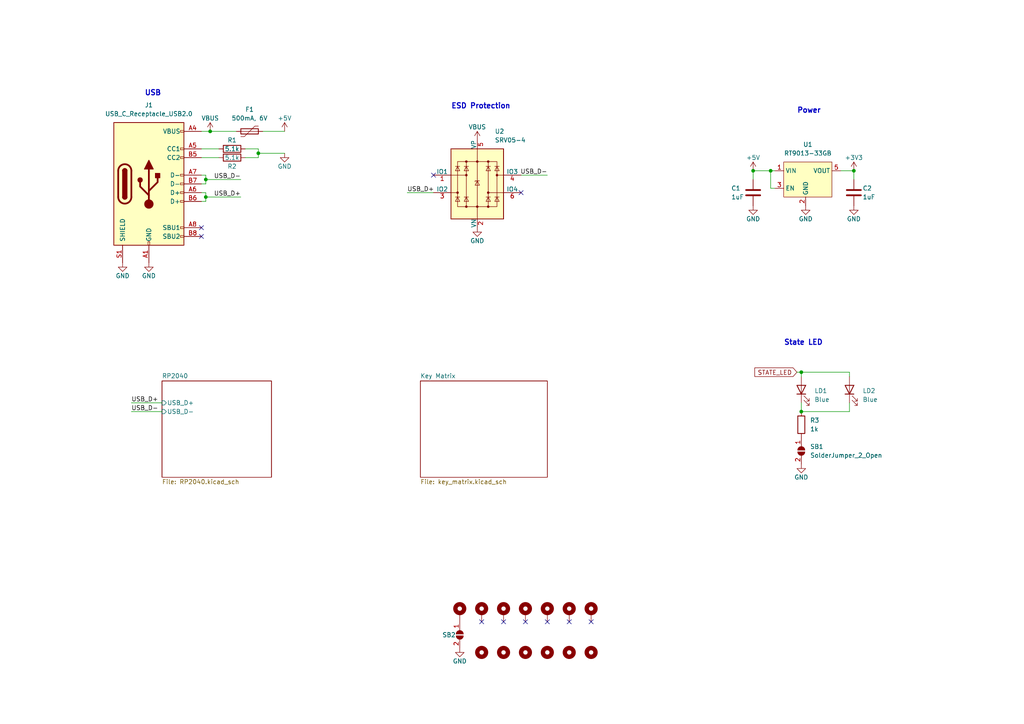
<source format=kicad_sch>
(kicad_sch (version 20230121) (generator eeschema)
  (paper "A4")
  (title_block (title "Calcite60 Keyboard") (rev "1.0") (company "SideraKB") (comment 1 "MIT License (Open source hardware)") (comment 2 "Kailh Choc V1 (PG1350) Low Profile Switches"))
  (lib_symbols
    (symbol "Connector:USB_C_Receptacle_USB2.0" (pin_names (offset 1.016))
      (property "Reference" "J" (at -10.16 19.05 0))
      (property "Value" "USB_C_Receptacle_USB2.0" (at 19.05 19.05 0))
      (symbol "USB_C_Receptacle_USB2.0_0_0"
        (rectangle (start -0.254 -17.78) (end 0.254 -16.764))
        (rectangle (start 10.16 -14.986) (end 9.144 -15.494))
        (rectangle (start 10.16 -12.446) (end 9.144 -12.954))
        (rectangle (start 10.16 -4.826) (end 9.144 -5.334))
        (rectangle (start 10.16 -2.286) (end 9.144 -2.794))
        (rectangle (start 10.16 0.254) (end 9.144 -0.254))
        (rectangle (start 10.16 2.794) (end 9.144 2.286))
        (rectangle (start 10.16 7.874) (end 9.144 7.366))
        (rectangle (start 10.16 10.414) (end 9.144 9.906))
        (rectangle (start 10.16 15.494) (end 9.144 14.986))
      )
      (symbol "USB_C_Receptacle_USB2.0_0_1"
        (rectangle (start -10.16 17.78) (end 10.16 -17.78) (stroke (width 0.254)) (fill (type background)))
        (arc (start -8.89 -3.81) (mid -6.985 -5.7067) (end -5.08 -3.81) (stroke (width 0.508)))
        (arc (start -7.62 -3.81) (mid -6.985 -4.4423) (end -6.35 -3.81) (stroke (width 0.254)))
        (arc (start -7.62 -3.81) (mid -6.985 -4.4423) (end -6.35 -3.81) (stroke (width 0.254)) (fill (type outline)))
        (rectangle (start -7.62 -3.81) (end -6.35 3.81) (stroke (width 0.254)) (fill (type outline)))
        (arc (start -6.35 3.81) (mid -6.985 4.4423) (end -7.62 3.81) (stroke (width 0.254)))
        (arc (start -6.35 3.81) (mid -6.985 4.4423) (end -7.62 3.81) (stroke (width 0.254)) (fill (type outline)))
        (arc (start -5.08 3.81) (mid -6.985 5.7067) (end -8.89 3.81) (stroke (width 0.508)))
        (circle (center -2.54 1.143) (radius 0.635) (stroke (width 0.254)) (fill (type outline)))
        (circle (center 0 -5.842) (radius 1.27) (fill (type outline)))
        (polyline (pts (xy -8.89 -3.81) (xy -8.89 3.81)) (stroke (width 0.508)))
        (polyline (pts (xy -5.08 3.81) (xy -5.08 -3.81)) (stroke (width 0.508)))
        (polyline (pts (xy 0 -5.842) (xy 0 4.318)) (stroke (width 0.508)))
        (polyline (pts (xy 0 -3.302) (xy -2.54 -0.762) (xy -2.54 0.508)) (stroke (width 0.508)))
        (polyline (pts (xy 0 -2.032) (xy 2.54 0.508) (xy 2.54 1.778)) (stroke (width 0.508)))
        (polyline (pts (xy -1.27 4.318) (xy 0 6.858) (xy 1.27 4.318) (xy -1.27 4.318)) (stroke (width 0.254)) (fill (type outline)))
        (rectangle (start 1.905 1.778) (end 3.175 3.048) (stroke (width 0.254)) (fill (type outline)))
      )
      (symbol "USB_C_Receptacle_USB2.0_1_1"
        (pin passive line (at 0 -22.86 90) (length 5.08) (name "GND") (number "A1"))
        (pin passive line (at 0 -22.86 90) (length 5.08) hide (name "GND") (number "A12"))
        (pin passive line (at 15.24 15.24 180) (length 5.08) (name "VBUS") (number "A4"))
        (pin bidirectional line (at 15.24 10.16 180) (length 5.08) (name "CC1") (number "A5"))
        (pin bidirectional line (at 15.24 -2.54 180) (length 5.08) (name "D+") (number "A6"))
        (pin bidirectional line (at 15.24 2.54 180) (length 5.08) (name "D-") (number "A7"))
        (pin bidirectional line (at 15.24 -12.7 180) (length 5.08) (name "SBU1") (number "A8"))
        (pin passive line (at 15.24 15.24 180) (length 5.08) hide (name "VBUS") (number "A9"))
        (pin passive line (at 0 -22.86 90) (length 5.08) hide (name "GND") (number "B1"))
        (pin passive line (at 0 -22.86 90) (length 5.08) hide (name "GND") (number "B12"))
        (pin passive line (at 15.24 15.24 180) (length 5.08) hide (name "VBUS") (number "B4"))
        (pin bidirectional line (at 15.24 7.62 180) (length 5.08) (name "CC2") (number "B5"))
        (pin bidirectional line (at 15.24 -5.08 180) (length 5.08) (name "D+") (number "B6"))
        (pin bidirectional line (at 15.24 0 180) (length 5.08) (name "D-") (number "B7"))
        (pin bidirectional line (at 15.24 -15.24 180) (length 5.08) (name "SBU2") (number "B8"))
        (pin passive line (at 15.24 15.24 180) (length 5.08) hide (name "VBUS") (number "B9"))
        (pin passive line (at -7.62 -22.86 90) (length 5.08) (name "SHIELD") (number "S1"))
      )
    )
    (symbol "Device:C" (pin_numbers hide) (pin_names (offset 0.254))
      (property "Reference" "C" (at 0.635 2.54 0))
      (property "Value" "C" (at 0.635 -2.54 0))
      (symbol "C_0_1"
        (polyline (pts (xy -2.032 -0.762) (xy 2.032 -0.762)) (stroke (width 0.508)))
        (polyline (pts (xy -2.032 0.762) (xy 2.032 0.762)) (stroke (width 0.508)))
      )
      (symbol "C_1_1"
        (pin passive line (at 0 3.81 270) (length 2.794) (name "~") (number "1"))
        (pin passive line (at 0 -3.81 90) (length 2.794) (name "~") (number "2"))
      )
    )
    (symbol "Device:LED" (pin_numbers hide) (pin_names (offset 1.016) hide)
      (property "Reference" "D" (at 0 2.54 0))
      (property "Value" "LED" (at 0 -2.54 0))
      (symbol "LED_0_1"
        (polyline (pts (xy -1.27 -1.27) (xy -1.27 1.27)) (stroke (width 0.254)))
        (polyline (pts (xy -1.27 0) (xy 1.27 0)))
        (polyline (pts (xy 1.27 -1.27) (xy 1.27 1.27) (xy -1.27 0) (xy 1.27 -1.27)) (stroke (width 0.254)))
        (polyline (pts (xy -3.048 -0.762) (xy -4.572 -2.286) (xy -3.81 -2.286) (xy -4.572 -2.286) (xy -4.572 -1.524)))
        (polyline (pts (xy -1.778 -0.762) (xy -3.302 -2.286) (xy -2.54 -2.286) (xy -3.302 -2.286) (xy -3.302 -1.524)))
      )
      (symbol "LED_1_1"
        (pin passive line (at -3.81 0 0) (length 2.54) (name "K") (number "1"))
        (pin passive line (at 3.81 0 180) (length 2.54) (name "A") (number "2"))
      )
    )
    (symbol "Device:Polyfuse" (pin_numbers hide) (pin_names (offset 0))
      (property "Reference" "F" (at -2.54 0 90))
      (property "Value" "Polyfuse" (at 2.54 0 90))
      (symbol "Polyfuse_0_1"
        (rectangle (start -0.762 2.54) (end 0.762 -2.54) (stroke (width 0.254)))
        (polyline (pts (xy 0 2.54) (xy 0 -2.54)))
        (polyline (pts (xy -1.524 2.54) (xy -1.524 1.524) (xy 1.524 -1.524) (xy 1.524 -2.54)))
      )
      (symbol "Polyfuse_1_1"
        (pin passive line (at 0 3.81 270) (length 1.27) (name "~") (number "1"))
        (pin passive line (at 0 -3.81 90) (length 1.27) (name "~") (number "2"))
      )
    )
    (symbol "Device:R" (pin_numbers hide) (pin_names (offset 0))
      (property "Reference" "R" (at 2.032 0 90))
      (property "Value" "R" (at 0 0 90))
      (symbol "R_0_1"
        (rectangle (start -1.016 -2.54) (end 1.016 2.54) (stroke (width 0.254)))
      )
      (symbol "R_1_1"
        (pin passive line (at 0 3.81 270) (length 1.27) (name "~") (number "1"))
        (pin passive line (at 0 -3.81 90) (length 1.27) (name "~") (number "2"))
      )
    )
    (symbol "Jumper:SolderJumper_2_Open" (pin_names (offset 0) hide)
      (property "Reference" "JP" (at 0 2.032 0))
      (property "Value" "SolderJumper_2_Open" (at 0 -2.54 0))
      (symbol "SolderJumper_2_Open_0_1"
        (arc (start -0.254 1.016) (mid -1.2656 0) (end -0.254 -1.016))
        (arc (start -0.254 1.016) (mid -1.2656 0) (end -0.254 -1.016) (fill (type outline)))
        (polyline (pts (xy -0.254 1.016) (xy -0.254 -1.016)))
        (polyline (pts (xy 0.254 1.016) (xy 0.254 -1.016)))
        (arc (start 0.254 -1.016) (mid 1.2656 0) (end 0.254 1.016))
        (arc (start 0.254 -1.016) (mid 1.2656 0) (end 0.254 1.016) (fill (type outline)))
      )
      (symbol "SolderJumper_2_Open_1_1"
        (pin passive line (at -3.81 0 0) (length 2.54) (name "A") (number "1"))
        (pin passive line (at 3.81 0 180) (length 2.54) (name "B") (number "2"))
      )
    )
    (symbol "Mechanical:MountingHole" (pin_names (offset 1.016))
      (property "Reference" "H" (at 0 5.08 0))
      (property "Value" "MountingHole" (at 0 3.175 0))
      (symbol "MountingHole_0_1"
        (circle (center 0 0) (radius 1.27) (stroke (width 1.27)))
      )
    )
    (symbol "Mechanical:MountingHole_Pad" (pin_numbers hide) (pin_names (offset 1.016) hide)
      (property "Reference" "H" (at 0 6.35 0))
      (property "Value" "MountingHole_Pad" (at 0 4.445 0))
      (symbol "MountingHole_Pad_0_1"
        (circle (center 0 1.27) (radius 1.27) (stroke (width 1.27)))
      )
      (symbol "MountingHole_Pad_1_1"
        (pin input line (at 0 -2.54 90) (length 2.54) (name "1") (number "1"))
      )
    )
    (symbol "Power_Protection:SRV05-4" (pin_names (offset 0))
      (property "Reference" "U" (at -5.08 11.43 0))
      (property "Value" "SRV05-4" (at 2.54 11.43 0))
      (symbol "SRV05-4_0_0"
        (rectangle (start -5.715 6.477) (end 5.715 -6.604))
        (polyline (pts (xy -3.175 -6.604) (xy -3.175 6.477)))
        (polyline (pts (xy 3.175 6.477) (xy 3.175 -6.604)))
      )
      (symbol "SRV05-4_0_1"
        (rectangle (start -7.62 10.16) (end 7.62 -10.16) (stroke (width 0.254)) (fill (type background)))
        (circle (center -5.715 -2.54) (radius 0.2794) (fill (type outline)))
        (circle (center -3.175 -6.604) (radius 0.2794) (fill (type outline)))
        (circle (center -3.175 2.54) (radius 0.2794) (fill (type outline)))
        (circle (center -3.175 6.477) (radius 0.2794) (fill (type outline)))
        (circle (center 0 -6.604) (radius 0.2794) (fill (type outline)))
        (polyline (pts (xy -7.747 2.54) (xy -3.175 2.54)))
        (polyline (pts (xy -7.62 -2.54) (xy -5.715 -2.54)))
        (polyline (pts (xy -5.08 -3.81) (xy -6.35 -3.81)))
        (polyline (pts (xy -5.08 5.08) (xy -6.35 5.08)))
        (polyline (pts (xy -2.54 -3.81) (xy -3.81 -3.81)))
        (polyline (pts (xy -2.54 5.08) (xy -3.81 5.08)))
        (polyline (pts (xy 0 10.16) (xy 0 -10.16)))
        (polyline (pts (xy 3.81 -3.81) (xy 2.54 -3.81)))
        (polyline (pts (xy 3.81 5.08) (xy 2.54 5.08)))
        (polyline (pts (xy 6.35 -3.81) (xy 5.08 -3.81)))
        (polyline (pts (xy 6.35 5.08) (xy 5.08 5.08)))
        (polyline (pts (xy 7.62 -2.54) (xy 3.175 -2.54)))
        (polyline (pts (xy 7.62 2.54) (xy 5.715 2.54)))
        (polyline (pts (xy 0.635 0.889) (xy -0.635 0.889) (xy -0.635 0.635)))
        (polyline (pts (xy -5.08 -5.08) (xy -6.35 -5.08) (xy -5.715 -3.81) (xy -5.08 -5.08)))
        (polyline (pts (xy -5.08 3.81) (xy -6.35 3.81) (xy -5.715 5.08) (xy -5.08 3.81)))
        (polyline (pts (xy -2.54 -5.08) (xy -3.81 -5.08) (xy -3.175 -3.81) (xy -2.54 -5.08)))
        (polyline (pts (xy -2.54 3.81) (xy -3.81 3.81) (xy -3.175 5.08) (xy -2.54 3.81)))
        (polyline (pts (xy 0.635 -0.381) (xy -0.635 -0.381) (xy 0 0.889) (xy 0.635 -0.381)))
        (polyline (pts (xy 3.81 -5.08) (xy 2.54 -5.08) (xy 3.175 -3.81) (xy 3.81 -5.08)))
        (polyline (pts (xy 3.81 3.81) (xy 2.54 3.81) (xy 3.175 5.08) (xy 3.81 3.81)))
        (polyline (pts (xy 6.35 -5.08) (xy 5.08 -5.08) (xy 5.715 -3.81) (xy 6.35 -5.08)))
        (polyline (pts (xy 6.35 3.81) (xy 5.08 3.81) (xy 5.715 5.08) (xy 6.35 3.81)))
        (circle (center 0 6.477) (radius 0.2794) (fill (type outline)))
        (circle (center 3.175 -6.604) (radius 0.2794) (fill (type outline)))
        (circle (center 3.175 -2.54) (radius 0.2794) (fill (type outline)))
        (circle (center 3.175 6.477) (radius 0.2794) (fill (type outline)))
        (circle (center 5.715 2.54) (radius 0.2794) (fill (type outline)))
      )
      (symbol "SRV05-4_1_1"
        (pin passive line (at -12.7 2.54 0) (length 5.08) (name "IO1") (number "1"))
        (pin passive line (at 0 -12.7 90) (length 2.54) (name "VN") (number "2"))
        (pin passive line (at -12.7 -2.54 0) (length 5.08) (name "IO2") (number "3"))
        (pin passive line (at 12.7 2.54 180) (length 5.08) (name "IO3") (number "4"))
        (pin passive line (at 0 12.7 270) (length 2.54) (name "VP") (number "5"))
        (pin passive line (at 12.7 -2.54 180) (length 5.08) (name "IO4") (number "6"))
      )
    )
    (symbol "power:+3V3" (power) (pin_names (offset 0))
      (property "Value" "+3V3" (at 0 3.556 0))
      (symbol "+3V3_0_1"
        (polyline (pts (xy -0.762 1.27) (xy 0 2.54)))
        (polyline (pts (xy 0 0) (xy 0 2.54)))
        (polyline (pts (xy 0 2.54) (xy 0.762 1.27)))
      )
      (symbol "+3V3_1_1"
        (pin power_in line (at 0 0 90) (length 0) hide (name "+3V3") (number "1"))
      )
    )
    (symbol "power:+5V" (power) (pin_names (offset 0))
      (property "Value" "+5V" (at 0 3.556 0))
      (symbol "+5V_0_1"
        (polyline (pts (xy -0.762 1.27) (xy 0 2.54)))
        (polyline (pts (xy 0 0) (xy 0 2.54)))
        (polyline (pts (xy 0 2.54) (xy 0.762 1.27)))
      )
      (symbol "+5V_1_1"
        (pin power_in line (at 0 0 90) (length 0) hide (name "+5V") (number "1"))
      )
    )
    (symbol "power:GND" (power) (pin_names (offset 0))
      (property "Value" "GND" (at 0 -3.81 0))
      (symbol "GND_0_1"
        (polyline (pts (xy 0 0) (xy 0 -1.27) (xy 1.27 -1.27) (xy 0 -2.54) (xy -1.27 -1.27) (xy 0 -1.27)))
      )
      (symbol "GND_1_1"
        (pin power_in line (at 0 0 270) (length 0) hide (name "GND") (number "1"))
      )
    )
    (symbol "power:VBUS" (power) (pin_names (offset 0))
      (property "Value" "VBUS" (at 0 3.81 0))
      (symbol "VBUS_0_1"
        (polyline (pts (xy -0.762 1.27) (xy 0 2.54)))
        (polyline (pts (xy 0 0) (xy 0 2.54)))
        (polyline (pts (xy 0 2.54) (xy 0.762 1.27)))
      )
      (symbol "VBUS_1_1"
        (pin power_in line (at 0 0 90) (length 0) hide (name "VBUS") (number "1"))
      )
    )
    (symbol "rp-micro:RT9013-33GB"
      (property "Reference" "U?" (at 0 8.89 0))
      (property "Value" "RT9013-33GB" (at 0 6.35 0))
      (symbol "RT9013-33GB_0_0"
        (pin no_connect non_logic (at 10.16 -2.54 180) (length 2.54) hide (name "NC") (number "4"))
      )
      (symbol "RT9013-33GB_0_1"
        (rectangle (start -6.35 5.08) (end 7.62 -5.08) (fill (type background)))
      )
      (symbol "RT9013-33GB_1_1"
        (pin power_in line (at -8.89 2.54 0) (length 2.54) (name "VIN") (number "1"))
        (pin power_in line (at 0 -7.62 90) (length 2.54) (name "GND") (number "2"))
        (pin input line (at -8.89 -2.54 0) (length 2.54) (name "EN") (number "3"))
        (pin power_out line (at 10.16 2.54 180) (length 2.54) (name "VOUT") (number "5"))
      )
    )
  )
  (junction (at 232.41 107.95))
  (junction (at 59.69 57.15))
  (junction (at 60.96 38.1))
  (junction (at 218.44 49.53))
  (junction (at 247.65 49.53))
  (junction (at 59.69 52.07))
  (junction (at 223.52 49.53))
  (junction (at 74.93 44.45))
  (junction (at 232.41 119.38))
  (no_connect (at 58.42 68.58))
  (no_connect (at 151.13 55.88))
  (no_connect (at 158.75 180.34))
  (no_connect (at 125.73 50.8))
  (no_connect (at 171.45 180.34))
  (no_connect (at 165.1 180.34))
  (no_connect (at 58.42 66.04))
  (no_connect (at 146.05 180.34))
  (no_connect (at 139.7 180.34))
  (no_connect (at 152.4 180.34))
  (wire (pts (xy 38.1 116.84) (xy 46.99 116.84)))
  (wire (pts (xy 74.93 45.72) (xy 71.12 45.72)))
  (wire (pts (xy 58.42 38.1) (xy 60.96 38.1)))
  (wire (pts (xy 243.84 49.53) (xy 247.65 49.53)))
  (wire (pts (xy 223.52 49.53) (xy 224.79 49.53)))
  (wire (pts (xy 82.55 38.1) (xy 76.2 38.1)))
  (wire (pts (xy 232.41 109.22) (xy 232.41 107.95)))
  (wire (pts (xy 59.69 52.07) (xy 59.69 53.34)))
  (wire (pts (xy 58.42 45.72) (xy 63.5 45.72)))
  (wire (pts (xy 59.69 53.34) (xy 58.42 53.34)))
  (wire (pts (xy 246.38 107.95) (xy 232.41 107.95)))
  (wire (pts (xy 218.44 49.53) (xy 223.52 49.53)))
  (wire (pts (xy 74.93 43.18) (xy 74.93 44.45)))
  (wire (pts (xy 246.38 116.84) (xy 246.38 119.38)))
  (wire (pts (xy 59.69 50.8) (xy 59.69 52.07)))
  (wire (pts (xy 59.69 55.88) (xy 59.69 57.15)))
  (wire (pts (xy 74.93 44.45) (xy 74.93 45.72)))
  (wire (pts (xy 247.65 49.53) (xy 247.65 52.07)))
  (wire (pts (xy 224.79 54.61) (xy 223.52 54.61)))
  (wire (pts (xy 63.5 43.18) (xy 58.42 43.18)))
  (wire (pts (xy 74.93 44.45) (xy 82.55 44.45)))
  (wire (pts (xy 223.52 54.61) (xy 223.52 49.53)))
  (wire (pts (xy 232.41 119.38) (xy 246.38 119.38)))
  (wire (pts (xy 58.42 50.8) (xy 59.69 50.8)))
  (wire (pts (xy 38.1 119.38) (xy 46.99 119.38)))
  (wire (pts (xy 118.11 55.88) (xy 125.73 55.88)))
  (wire (pts (xy 218.44 49.53) (xy 218.44 52.07)))
  (wire (pts (xy 59.69 52.07) (xy 69.85 52.07)))
  (wire (pts (xy 58.42 55.88) (xy 59.69 55.88)))
  (wire (pts (xy 74.93 43.18) (xy 71.12 43.18)))
  (wire (pts (xy 246.38 109.22) (xy 246.38 107.95)))
  (wire (pts (xy 68.58 38.1) (xy 60.96 38.1)))
  (wire (pts (xy 59.69 57.15) (xy 69.85 57.15)))
  (wire (pts (xy 59.69 57.15) (xy 59.69 58.42)))
  (wire (pts (xy 231.14 107.95) (xy 232.41 107.95)))
  (wire (pts (xy 58.42 58.42) (xy 59.69 58.42)))
  (wire (pts (xy 158.75 50.8) (xy 151.13 50.8)))
  (wire (pts (xy 232.41 119.38) (xy 232.41 116.84)))
  (text "ESD Protection" (at 130.81 31.75 0) (effects (font (size 1.5 1.5) (thickness 0.3) bold) (justify left bottom)))
  (text "State LED" (at 227.33 100.33 0) (effects (font (size 1.5 1.5) (thickness 0.3) bold) (justify left bottom)))
  (text "USB" (at 41.91 27.94 0) (effects (font (size 1.5 1.5) (thickness 0.3) bold) (justify left bottom)))
  (text "Power\n" (at 231.14 33.02 0) (effects (font (size 1.5 1.5) (thickness 0.3) bold) (justify left bottom)))
  (label "USB_D+" (at 118.11 55.88 0))
  (label "USB_D-" (at 69.85 52.07 180))
  (label "USB_D-" (at 158.75 50.8 180))
  (label "USB_D+" (at 69.85 57.15 180))
  (label "USB_D+" (at 38.1 116.84 0))
  (label "USB_D-" (at 38.1 119.38 0))
  (global_label "STATE_LED" (shape input) (at 231.14 107.95 180) (property "Intersheetrefs" "${INTERSHEET_REFS}" (effects hide)))
  (symbol (lib_id "Mechanical:MountingHole") (at 158.75 189.23 0) (unit 1) (in_bom no)
    (property "Reference" "H8" (effects hide))
    (property "Value" "MountingHole" (effects hide))
    (property "Footprint" "calcite:MountingHale_M2" (effects hide))
  )
  (symbol (lib_id "power:+5V") (at 218.44 49.53 0) (unit 1)
    (property "Reference" "#PWR05" (effects hide))
    (property "Value" "+5V" (at 218.44 45.72 0))
  )
  (symbol (lib_id "Mechanical:MountingHole") (at 139.7 189.23 0) (unit 1) (in_bom no)
    (property "Reference" "H12" (effects hide))
    (property "Value" "MountingHole" (effects hide))
    (property "Footprint" "MountingHole:MountingHole_2.2mm_M2" (effects hide))
  )
  (symbol (lib_id "Jumper:SolderJumper_2_Open") (at 133.35 184.15 270) (unit 1)
    (property "Reference" "SB2" (at 128.27 184.15 90) (effects (justify left)))
    (property "Value" "SolderJumper_2_Open" (effects hide))
    (property "Footprint" "Jumper:SolderJumper-2_P1.3mm_Open_TrianglePad1.0x1.5mm" (effects hide))
  )
  (symbol (lib_id "Mechanical:MountingHole_Pad") (at 139.7 177.8 0) (unit 1)
    (property "Reference" "H2" (effects hide))
    (property "Value" "MountingHole" (effects hide))
    (property "Footprint" "calcite:MountingWuerth_M2" (effects hide))
    (property "LCSC" "C9900035855" (effects hide))
    (property "MFR. Part #" "9774025243R" (effects hide))
  )
  (symbol (lib_id "power:VBUS") (at 60.96 38.1 0) (unit 1)
    (property "Reference" "#PWR01" (effects hide))
    (property "Value" "VBUS" (at 60.96 34.29 0))
  )
  (symbol (lib_id "Mechanical:MountingHole") (at 146.05 189.23 0) (unit 1) (in_bom no)
    (property "Reference" "H13" (effects hide))
    (property "Value" "MountingHole" (effects hide))
    (property "Footprint" "MountingHole:MountingHole_2.2mm_M2" (effects hide))
  )
  (symbol (lib_id "power:GND") (at 218.44 59.69 0) (unit 1)
    (property "Reference" "#PWR07" (effects hide))
    (property "Value" "GND" (at 218.44 63.5 0))
  )
  (symbol (lib_id "power:+5V") (at 82.55 38.1 0) (unit 1)
    (property "Reference" "#PWR02" (effects hide))
    (property "Value" "+5V" (at 82.55 34.29 0))
  )
  (symbol (lib_id "power:GND") (at 138.43 66.04 0) (unit 1)
    (property "Reference" "#PWR011" (effects hide))
    (property "Value" "GND" (at 138.43 69.85 0))
  )
  (symbol (lib_id "Mechanical:MountingHole_Pad") (at 133.35 177.8 0) (unit 1)
    (property "Reference" "H1" (effects hide))
    (property "Value" "MountingHole" (effects hide))
    (property "Footprint" "calcite:MountingWuerth_M2" (effects hide))
    (property "LCSC" "C9900035855" (effects hide))
    (property "MFR. Part #" "9774025243R" (effects hide))
  )
  (symbol (lib_id "Jumper:SolderJumper_2_Open") (at 232.41 130.81 270) (unit 1)
    (property "Reference" "SB1" (at 234.95 129.5399 90) (effects (justify left)))
    (property "Value" "SolderJumper_2_Open" (at 234.95 132.0799 90) (effects (justify left)))
    (property "Footprint" "Jumper:SolderJumper-2_P1.3mm_Open_TrianglePad1.0x1.5mm" (effects hide))
  )
  (symbol (lib_id "Mechanical:MountingHole") (at 171.45 189.23 0) (unit 1) (in_bom no)
    (property "Reference" "H9" (effects hide))
    (property "Value" "MountingHole" (effects hide))
    (property "Footprint" "calcite:MountingHale_M2" (effects hide))
  )
  (symbol (lib_id "Device:LED") (at 246.38 113.03 90) (unit 1)
    (property "Reference" "LD2" (at 250.19 113.3474 90) (effects (justify right)))
    (property "Value" "Blue" (at 250.19 115.8874 90) (effects (justify right)))
    (property "Footprint" "LED_SMD:LED_0603_1608Metric" (effects hide))
    (property "LCSC" "C72043" (effects hide))
    (property "MFR. Part #" "19-217/GHC-YR1S2/3T" (effects hide))
  )
  (symbol (lib_id "Device:LED") (at 232.41 113.03 90) (unit 1)
    (property "Reference" "LD1" (at 236.22 113.3474 90) (effects (justify right)))
    (property "Value" "Blue" (at 236.22 115.8874 90) (effects (justify right)))
    (property "Footprint" "LED_SMD:LED_0603_1608Metric" (effects hide))
    (property "LCSC" "C72043" (effects hide))
    (property "MFR. Part #" "19-217/GHC-YR1S2/3T" (effects hide))
  )
  (symbol (lib_id "power:GND") (at 233.68 59.69 0) (unit 1)
    (property "Reference" "#PWR08" (effects hide))
    (property "Value" "GND" (at 233.68 63.5 0))
  )
  (symbol (lib_id "Device:R") (at 232.41 123.19 0) (mirror y) (unit 1)
    (property "Reference" "R3" (at 234.95 121.92 0) (effects (justify right)))
    (property "Value" "1k" (at 234.95 124.46 0) (effects (justify right)))
    (property "Footprint" "Resistor_SMD:R_0402_1005Metric" (effects hide))
    (property "MFR. Part #" "0402WGF1001TCE " (effects hide))
    (property "LCSC" "C11702" (effects hide))
  )
  (symbol (lib_id "power:GND") (at 247.65 59.69 0) (unit 1)
    (property "Reference" "#PWR09" (effects hide))
    (property "Value" "GND" (at 247.65 63.5 0))
  )
  (symbol (lib_id "Mechanical:MountingHole_Pad") (at 146.05 177.8 0) (unit 1)
    (property "Reference" "H3" (effects hide))
    (property "Value" "MountingHole" (effects hide))
    (property "Footprint" "calcite:MountingWuerth_M2" (effects hide))
    (property "LCSC" "C9900035855" (effects hide))
    (property "MFR. Part #" "9774025243R" (effects hide))
  )
  (symbol (lib_id "Device:R") (at 67.31 45.72 90) (unit 1)
    (property "Reference" "R2" (at 67.31 48.26 90))
    (property "Value" "5.1k" (at 67.31 45.72 90))
    (property "Footprint" "Resistor_SMD:R_0402_1005Metric" (effects hide))
    (property "MFR. Part #" "0402WGF5101TCE" (effects hide))
    (property "LCSC" "C25905" (effects hide))
  )
  (symbol (lib_id "power:GND") (at 82.55 44.45 0) (unit 1)
    (property "Reference" "#PWR03" (effects hide))
    (property "Value" "GND" (at 82.55 48.26 0))
  )
  (symbol (lib_id "Connector:USB_C_Receptacle_USB2.0") (at 43.18 53.34 0) (unit 1)
    (property "Reference" "J1" (at 43.18 30.48 0))
    (property "Value" "USB_C_Receptacle_USB2.0" (at 43.18 33.02 0))
    (property "Footprint" "Connector_USB:USB_C_Receptacle_HRO_TYPE-C-31-M-12" (effects hide))
    (property "Datasheet" "https://www.usb.org/sites/default/files/documents/usb_type-c.zip" (effects hide))
    (property "MFR. Part #" "TYPE-C-31-M-12" (effects hide))
    (property "LCSC" "C165948" (effects hide))
  )
  (symbol (lib_id "Mechanical:MountingHole") (at 165.1 189.23 0) (unit 1) (in_bom no)
    (property "Reference" "H11" (effects hide))
    (property "Value" "MountingHole" (effects hide))
    (property "Footprint" "calcite:MountingHale_M2" (effects hide))
  )
  (symbol (lib_id "power:+3V3") (at 247.65 49.53 0) (unit 1)
    (property "Reference" "#PWR06" (effects hide))
    (property "Value" "+3V3" (at 247.65 45.72 0))
  )
  (symbol (lib_id "Mechanical:MountingHole_Pad") (at 152.4 177.8 0) (unit 1)
    (property "Reference" "H4" (effects hide))
    (property "Value" "MountingHole" (effects hide))
    (property "Footprint" "calcite:MountingWuerth_M2" (effects hide))
    (property "LCSC" "C9900035855" (effects hide))
    (property "MFR. Part #" "9774025243R" (effects hide))
  )
  (symbol (lib_id "Power_Protection:SRV05-4") (at 138.43 53.34 0) (unit 1)
    (property "Reference" "U2" (at 143.51 38.1 0) (effects (justify left)))
    (property "Value" "SRV05-4" (at 143.51 40.64 0) (effects (justify left)))
    (property "Footprint" "Package_TO_SOT_SMD:SOT-23-6" (effects hide))
    (property "Datasheet" "http://www.onsemi.com/pub/Collateral/SRV05-4-D.PDF" (effects hide))
    (property "LCSC" "C85364" (effects hide))
    (property "MFR. Part #" "SRV05-4-P-T7" (effects hide))
  )
  (symbol (lib_id "power:GND") (at 133.35 187.96 0) (unit 1)
    (property "Reference" "#PWR04" (effects hide))
    (property "Value" "GND" (at 133.35 191.77 0))
  )
  (symbol (lib_id "power:GND") (at 35.56 76.2 0) (unit 1)
    (property "Reference" "#PWR012" (effects hide))
    (property "Value" "GND" (at 35.56 80.01 0))
  )
  (symbol (lib_id "power:VBUS") (at 138.43 40.64 0) (unit 1)
    (property "Reference" "#PWR0102" (effects hide))
    (property "Value" "VBUS" (at 138.43 36.83 0))
  )
  (symbol (lib_id "power:GND") (at 232.41 134.62 0) (unit 1)
    (property "Reference" "#PWR0101" (effects hide))
    (property "Value" "GND" (at 232.41 138.43 0))
  )
  (symbol (lib_id "Mechanical:MountingHole_Pad") (at 171.45 177.8 0) (unit 1)
    (property "Reference" "H7" (effects hide))
    (property "Value" "MountingHole" (effects hide))
    (property "Footprint" "calcite:MountingWuerth_M2" (effects hide))
    (property "LCSC" "C9900035855" (effects hide))
    (property "MFR. Part #" "9774025243R" (effects hide))
  )
  (symbol (lib_id "Device:C") (at 247.65 55.88 0) (unit 1)
    (property "Reference" "C2" (at 250.19 54.61 0) (effects (justify left)))
    (property "Value" "1uF" (at 250.19 57.15 0) (effects (justify left)))
    (property "Footprint" "Capacitor_SMD:C_0402_1005Metric" (effects hide))
    (property "MFR. Part #" "CL05A105KA5NQNC" (effects hide))
    (property "LCSC" "C52923" (effects hide))
  )
  (symbol (lib_id "Mechanical:MountingHole_Pad") (at 158.75 177.8 0) (unit 1)
    (property "Reference" "H5" (effects hide))
    (property "Value" "MountingHole" (effects hide))
    (property "Footprint" "calcite:MountingWuerth_M2" (effects hide))
    (property "LCSC" "C9900035855" (effects hide))
    (property "MFR. Part #" "9774025243R" (effects hide))
  )
  (symbol (lib_id "rp-micro:RT9013-33GB") (at 233.68 52.07 0) (unit 1)
    (property "Reference" "U1" (at 234.315 41.91 0))
    (property "Value" "RT9013-33GB" (at 234.315 44.45 0))
    (property "Footprint" "Package_TO_SOT_SMD:SOT-23-5" (effects hide))
    (property "MFR. Part #" "TPRT9013-33GB" (effects hide))
    (property "LCSC" "C587158" (effects hide))
  )
  (symbol (lib_id "Mechanical:MountingHole") (at 152.4 189.23 0) (unit 1) (in_bom no)
    (property "Reference" "H10" (effects hide))
    (property "Value" "MountingHole" (effects hide))
    (property "Footprint" "calcite:MountingHale_M2" (effects hide))
  )
  (symbol (lib_id "Device:Polyfuse") (at 72.39 38.1 90) (unit 1)
    (property "Reference" "F1" (at 72.39 31.75 90))
    (property "Value" "500mA, 6V" (at 72.39 34.29 90))
    (property "Footprint" "Fuse:Fuse_0805_2012Metric" (effects hide))
    (property "MFR. Part #" "SMD0805B050TF" (effects hide))
    (property "LCSC" "C269104" (effects hide))
  )
  (symbol (lib_id "power:GND") (at 43.18 76.2 0) (unit 1)
    (property "Reference" "#PWR013" (effects hide))
    (property "Value" "GND" (at 43.18 80.01 0))
  )
  (symbol (lib_id "Mechanical:MountingHole_Pad") (at 165.1 177.8 0) (unit 1)
    (property "Reference" "H6" (effects hide))
    (property "Value" "MountingHole" (effects hide))
    (property "Footprint" "calcite:MountingWuerth_M2" (effects hide))
    (property "LCSC" "C9900035855" (effects hide))
    (property "MFR. Part #" "9774025243R" (effects hide))
  )
  (symbol (lib_id "Device:R") (at 67.31 43.18 90) (unit 1)
    (property "Reference" "R1" (at 67.31 40.64 90))
    (property "Value" "5.1k" (at 67.31 43.18 90))
    (property "Footprint" "Resistor_SMD:R_0402_1005Metric" (effects hide))
    (property "MFR. Part #" "0402WGF5101TCE" (effects hide))
    (property "LCSC" "C25905" (effects hide))
  )
  (symbol (lib_id "Device:C") (at 218.44 55.88 0) (unit 1)
    (property "Reference" "C1" (at 212.09 54.61 0) (effects (justify left)))
    (property "Value" "1uF" (at 212.09 57.15 0) (effects (justify left)))
    (property "Footprint" "Capacitor_SMD:C_0402_1005Metric" (effects hide))
    (property "MFR. Part #" "CL05A105KA5NQNC" (effects hide))
    (property "LCSC" "C52923" (effects hide))
  )
  (sheet (at 46.99 110.49) (size 31.75 27.94) (stroke (width 0.1524))
    (property "Sheetname" "RP2040" (at 46.99 109.7784 0) (effects (justify left bottom)))
    (property "Sheetfile" "RP2040.kicad_sch" (at 46.99 139.0146 0) (effects (justify left top)))
    (pin "USB_D+" input (at 46.99 116.84 180))
    (pin "USB_D-" input (at 46.99 119.38 180))
  )
  (sheet (at 121.92 110.49) (size 36.83 27.94) (stroke (width 0.1524))
    (property "Sheetname" "Key Matrix" (at 121.92 109.7784 0) (effects (justify left bottom)))
    (property "Sheetfile" "key_matrix.kicad_sch" (at 121.92 139.0146 0) (effects (justify left top)))
  )
)
</source>
